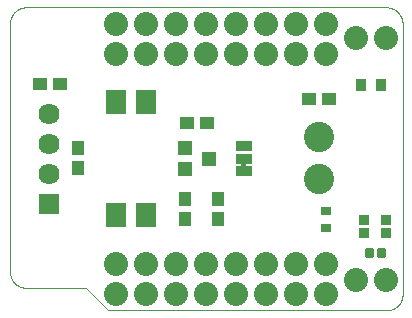
<source format=gts>
G75*
%MOIN*%
%OFA0B0*%
%FSLAX25Y25*%
%IPPOS*%
%LPD*%
%AMOC8*
5,1,8,0,0,1.08239X$1,22.5*
%
%ADD10C,0.00100*%
%ADD11R,0.04600X0.04400*%
%ADD12R,0.04400X0.04600*%
%ADD13C,0.08000*%
%ADD14R,0.07025X0.07025*%
%ADD15C,0.07025*%
%ADD16R,0.06899X0.08474*%
%ADD17C,0.10100*%
%ADD18R,0.05100X0.04600*%
%ADD19C,0.00841*%
%ADD20R,0.03356X0.03356*%
%ADD21R,0.03750X0.04143*%
%ADD22R,0.05600X0.03200*%
%ADD23C,0.00500*%
%ADD24R,0.03750X0.02962*%
D10*
X0011500Y0013500D02*
X0031500Y0013500D01*
X0038750Y0006000D01*
X0131750Y0006000D01*
X0131895Y0006006D01*
X0132041Y0006015D01*
X0132186Y0006028D01*
X0132330Y0006045D01*
X0132474Y0006067D01*
X0132618Y0006091D01*
X0132761Y0006120D01*
X0132902Y0006153D01*
X0133043Y0006189D01*
X0133183Y0006230D01*
X0133322Y0006274D01*
X0133460Y0006322D01*
X0133596Y0006373D01*
X0133730Y0006428D01*
X0133864Y0006487D01*
X0133995Y0006550D01*
X0134125Y0006616D01*
X0134253Y0006685D01*
X0134379Y0006758D01*
X0134503Y0006834D01*
X0134625Y0006914D01*
X0134745Y0006997D01*
X0134862Y0007083D01*
X0134977Y0007172D01*
X0135090Y0007264D01*
X0135200Y0007360D01*
X0135307Y0007458D01*
X0135412Y0007559D01*
X0135514Y0007663D01*
X0135613Y0007770D01*
X0135709Y0007879D01*
X0135802Y0007991D01*
X0135892Y0008105D01*
X0135979Y0008222D01*
X0136063Y0008341D01*
X0136144Y0008462D01*
X0136221Y0008586D01*
X0136295Y0008711D01*
X0136365Y0008839D01*
X0136432Y0008968D01*
X0136495Y0009099D01*
X0136555Y0009232D01*
X0136612Y0009366D01*
X0136664Y0009502D01*
X0136713Y0009639D01*
X0136758Y0009777D01*
X0136799Y0009917D01*
X0136837Y0010058D01*
X0136871Y0010199D01*
X0136901Y0010342D01*
X0136927Y0010485D01*
X0136949Y0010629D01*
X0136967Y0010773D01*
X0136982Y0010918D01*
X0136992Y0011063D01*
X0136998Y0011209D01*
X0137001Y0011354D01*
X0137000Y0011500D01*
X0137000Y0101500D01*
X0137001Y0101500D02*
X0136997Y0101648D01*
X0136989Y0101795D01*
X0136978Y0101943D01*
X0136962Y0102090D01*
X0136943Y0102237D01*
X0136920Y0102384D01*
X0136893Y0102529D01*
X0136862Y0102674D01*
X0136827Y0102818D01*
X0136788Y0102961D01*
X0136746Y0103103D01*
X0136700Y0103243D01*
X0136650Y0103383D01*
X0136596Y0103521D01*
X0136539Y0103657D01*
X0136478Y0103792D01*
X0136413Y0103926D01*
X0136345Y0104057D01*
X0136274Y0104187D01*
X0136199Y0104315D01*
X0136120Y0104441D01*
X0136039Y0104564D01*
X0135954Y0104685D01*
X0135866Y0104805D01*
X0135775Y0104921D01*
X0135680Y0105035D01*
X0135583Y0105147D01*
X0135483Y0105256D01*
X0135380Y0105362D01*
X0135274Y0105466D01*
X0135165Y0105567D01*
X0135054Y0105664D01*
X0134940Y0105759D01*
X0134824Y0105851D01*
X0134705Y0105939D01*
X0134584Y0106025D01*
X0134461Y0106107D01*
X0134336Y0106186D01*
X0134208Y0106261D01*
X0134079Y0106333D01*
X0133947Y0106402D01*
X0133814Y0106467D01*
X0133680Y0106528D01*
X0133543Y0106586D01*
X0133405Y0106640D01*
X0133266Y0106691D01*
X0133126Y0106738D01*
X0132984Y0106781D01*
X0132841Y0106820D01*
X0132697Y0106856D01*
X0132553Y0106887D01*
X0132407Y0106915D01*
X0132261Y0106939D01*
X0132114Y0106959D01*
X0131967Y0106975D01*
X0131820Y0106987D01*
X0131672Y0106995D01*
X0131524Y0106999D01*
X0131375Y0107000D01*
X0011375Y0107000D01*
X0011229Y0106992D01*
X0011083Y0106979D01*
X0010937Y0106963D01*
X0010792Y0106943D01*
X0010647Y0106918D01*
X0010503Y0106891D01*
X0010360Y0106859D01*
X0010218Y0106823D01*
X0010077Y0106784D01*
X0009937Y0106741D01*
X0009798Y0106694D01*
X0009660Y0106643D01*
X0009524Y0106589D01*
X0009389Y0106532D01*
X0009256Y0106470D01*
X0009125Y0106405D01*
X0008995Y0106337D01*
X0008867Y0106265D01*
X0008741Y0106190D01*
X0008617Y0106112D01*
X0008496Y0106030D01*
X0008376Y0105945D01*
X0008259Y0105857D01*
X0008144Y0105766D01*
X0008032Y0105672D01*
X0007922Y0105575D01*
X0007815Y0105475D01*
X0007710Y0105372D01*
X0007609Y0105266D01*
X0007510Y0105158D01*
X0007414Y0105047D01*
X0007321Y0104934D01*
X0007231Y0104818D01*
X0007144Y0104700D01*
X0007061Y0104580D01*
X0006980Y0104457D01*
X0006903Y0104332D01*
X0006830Y0104206D01*
X0006759Y0104077D01*
X0006692Y0103946D01*
X0006629Y0103814D01*
X0006569Y0103680D01*
X0006513Y0103545D01*
X0006460Y0103408D01*
X0006411Y0103270D01*
X0006366Y0103131D01*
X0006324Y0102990D01*
X0006287Y0102849D01*
X0006253Y0102706D01*
X0006222Y0102563D01*
X0006196Y0102418D01*
X0006174Y0102273D01*
X0006155Y0102128D01*
X0006140Y0101982D01*
X0006129Y0101836D01*
X0006122Y0101690D01*
X0006119Y0101543D01*
X0006120Y0101396D01*
X0006125Y0101250D01*
X0006125Y0018750D01*
X0006124Y0018750D02*
X0006128Y0018607D01*
X0006136Y0018463D01*
X0006147Y0018320D01*
X0006162Y0018176D01*
X0006181Y0018034D01*
X0006204Y0017892D01*
X0006231Y0017750D01*
X0006262Y0017610D01*
X0006296Y0017470D01*
X0006335Y0017331D01*
X0006377Y0017194D01*
X0006422Y0017057D01*
X0006472Y0016922D01*
X0006525Y0016789D01*
X0006581Y0016656D01*
X0006642Y0016526D01*
X0006705Y0016397D01*
X0006773Y0016269D01*
X0006843Y0016144D01*
X0006917Y0016020D01*
X0006994Y0015899D01*
X0007075Y0015780D01*
X0007159Y0015663D01*
X0007245Y0015548D01*
X0007335Y0015436D01*
X0007428Y0015326D01*
X0007524Y0015219D01*
X0007623Y0015114D01*
X0007725Y0015012D01*
X0007829Y0014913D01*
X0007936Y0014817D01*
X0008045Y0014723D01*
X0008157Y0014633D01*
X0008272Y0014546D01*
X0008388Y0014462D01*
X0008507Y0014381D01*
X0008628Y0014303D01*
X0008752Y0014229D01*
X0008877Y0014158D01*
X0009004Y0014090D01*
X0009133Y0014026D01*
X0009263Y0013965D01*
X0009395Y0013908D01*
X0009529Y0013855D01*
X0009664Y0013805D01*
X0009800Y0013759D01*
X0009937Y0013716D01*
X0010076Y0013677D01*
X0010216Y0013642D01*
X0010356Y0013611D01*
X0010497Y0013584D01*
X0010639Y0013560D01*
X0010782Y0013541D01*
X0010925Y0013525D01*
X0011068Y0013513D01*
X0011212Y0013505D01*
X0011356Y0013501D01*
X0011500Y0013500D01*
D11*
X0065154Y0068500D03*
X0071846Y0068500D03*
X0105654Y0076500D03*
X0112346Y0076500D03*
X0022846Y0081500D03*
X0016154Y0081500D03*
D12*
X0028750Y0060096D03*
X0028750Y0053404D03*
X0064500Y0043096D03*
X0064500Y0036404D03*
X0075500Y0036404D03*
X0075500Y0043096D03*
D13*
X0071500Y0021500D03*
X0081500Y0021500D03*
X0091500Y0021500D03*
X0101500Y0021500D03*
X0111500Y0021500D03*
X0121500Y0016250D03*
X0131500Y0016250D03*
X0111500Y0011500D03*
X0101500Y0011500D03*
X0091500Y0011500D03*
X0081500Y0011500D03*
X0071500Y0011500D03*
X0061500Y0011500D03*
X0051500Y0011500D03*
X0041500Y0011500D03*
X0041500Y0021500D03*
X0051500Y0021500D03*
X0061500Y0021500D03*
X0061500Y0091500D03*
X0051500Y0091500D03*
X0041500Y0091500D03*
X0041500Y0101500D03*
X0051500Y0101500D03*
X0061500Y0101500D03*
X0071500Y0101500D03*
X0081500Y0101500D03*
X0091500Y0101500D03*
X0101500Y0101500D03*
X0111500Y0101500D03*
X0121500Y0096750D03*
X0131500Y0096750D03*
X0111500Y0091500D03*
X0101500Y0091500D03*
X0091500Y0091500D03*
X0081500Y0091500D03*
X0071500Y0091500D03*
D14*
X0019000Y0041500D03*
D15*
X0019000Y0051500D03*
X0019000Y0061500D03*
X0019000Y0071500D03*
D16*
X0041500Y0075280D03*
X0051500Y0075280D03*
X0051500Y0037720D03*
X0041500Y0037720D03*
D17*
X0109000Y0049807D03*
X0109000Y0063587D03*
D18*
X0072500Y0056500D03*
X0064500Y0053000D03*
X0064500Y0060000D03*
D19*
X0124703Y0026311D02*
X0126667Y0026311D01*
X0126667Y0024189D01*
X0124703Y0024189D01*
X0124703Y0026311D01*
X0124703Y0025029D02*
X0126667Y0025029D01*
X0126667Y0025869D02*
X0124703Y0025869D01*
X0128818Y0026311D02*
X0130782Y0026311D01*
X0130782Y0024189D01*
X0128818Y0024189D01*
X0128818Y0026311D01*
X0128818Y0025029D02*
X0130782Y0025029D01*
X0130782Y0025869D02*
X0128818Y0025869D01*
D20*
X0131352Y0031835D03*
X0131352Y0036165D03*
X0124148Y0036165D03*
X0124148Y0031835D03*
D21*
X0123154Y0081250D03*
X0129846Y0081250D03*
D22*
X0084000Y0060600D03*
X0084000Y0056500D03*
X0084000Y0052400D03*
D23*
X0083500Y0053750D02*
X0083500Y0055250D01*
X0084500Y0055250D01*
X0084500Y0053750D01*
X0083500Y0053750D01*
X0083500Y0053859D02*
X0084500Y0053859D01*
X0084500Y0054357D02*
X0083500Y0054357D01*
X0083500Y0054856D02*
X0084500Y0054856D01*
D24*
X0111375Y0039203D03*
X0111375Y0033297D03*
M02*

</source>
